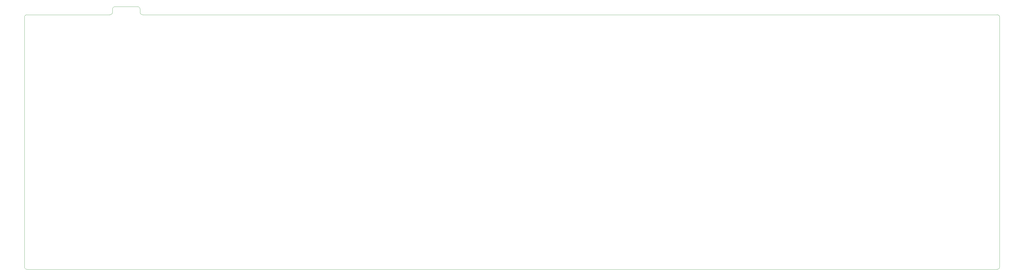
<source format=gbr>
%TF.GenerationSoftware,KiCad,Pcbnew,(5.1.7)-1*%
%TF.CreationDate,2021-02-06T20:18:09+07:00*%
%TF.ProjectId,bevi,62657669-2e6b-4696-9361-645f70636258,rev?*%
%TF.SameCoordinates,Original*%
%TF.FileFunction,Profile,NP*%
%FSLAX46Y46*%
G04 Gerber Fmt 4.6, Leading zero omitted, Abs format (unit mm)*
G04 Created by KiCad (PCBNEW (5.1.7)-1) date 2021-02-06 20:18:09*
%MOMM*%
%LPD*%
G01*
G04 APERTURE LIST*
%TA.AperFunction,Profile*%
%ADD10C,0.050000*%
%TD*%
G04 APERTURE END LIST*
D10*
X380156250Y-28406250D02*
G75*
G02*
X381093750Y-29343750I0J-937500D01*
G01*
X381093750Y-122062500D02*
G75*
G02*
X380156250Y-123000000I-937500J0D01*
G01*
X20718750Y-123000000D02*
G75*
G02*
X19781250Y-122062500I0J937500D01*
G01*
X19781250Y-29343750D02*
G75*
G02*
X20718750Y-28406250I937500J0D01*
G01*
X51468750Y-28406250D02*
X20718750Y-28406250D01*
X52406250Y-27468750D02*
X52406250Y-26343750D01*
X52406250Y-27468750D02*
G75*
G02*
X51468750Y-28406250I-937500J0D01*
G01*
X62625000Y-26343750D02*
X62625000Y-27468750D01*
X63562500Y-28406250D02*
G75*
G02*
X62625000Y-27468750I0J937500D01*
G01*
X53343750Y-25406250D02*
X61687500Y-25406250D01*
X52406250Y-26343750D02*
G75*
G02*
X53343750Y-25406250I937500J0D01*
G01*
X61687500Y-25406250D02*
G75*
G02*
X62625000Y-26343750I0J-937500D01*
G01*
X19781250Y-122062500D02*
X19781250Y-29343750D01*
X380156250Y-123000000D02*
X20718750Y-123000000D01*
X381093750Y-29343750D02*
X381093750Y-122062500D01*
X63562500Y-28406250D02*
X380156250Y-28406250D01*
M02*

</source>
